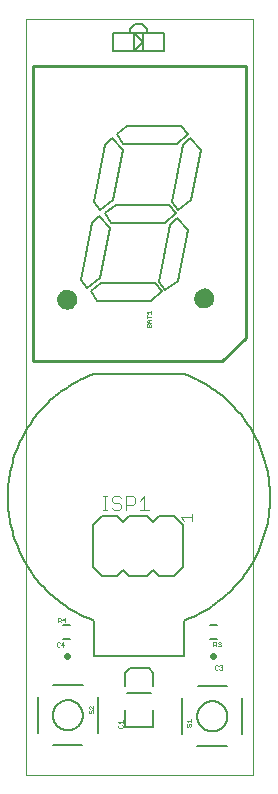
<source format=gto>
G75*
%MOIN*%
%OFA0B0*%
%FSLAX25Y25*%
%IPPOS*%
%LPD*%
%AMOC8*
5,1,8,0,0,1.08239X$1,22.5*
%
%ADD10C,0.00000*%
%ADD11C,0.00800*%
%ADD12C,0.00100*%
%ADD13C,0.00500*%
%ADD14C,0.02200*%
%ADD15C,0.01000*%
%ADD16C,0.00400*%
%ADD17C,0.00300*%
%ADD18C,0.00600*%
D10*
X0007386Y0001800D02*
X0007386Y0253769D01*
X0083173Y0253769D01*
X0083173Y0001800D01*
X0007386Y0001800D01*
D11*
X0011402Y0015737D02*
X0011402Y0027863D01*
X0016520Y0031800D02*
X0026402Y0031800D01*
X0030142Y0041564D02*
X0030142Y0053296D01*
X0030142Y0041564D02*
X0060063Y0041564D01*
X0060063Y0053296D01*
X0064669Y0031446D02*
X0074433Y0031446D01*
X0064551Y0021446D02*
X0064553Y0021587D01*
X0064559Y0021728D01*
X0064569Y0021868D01*
X0064583Y0022008D01*
X0064601Y0022148D01*
X0064622Y0022287D01*
X0064648Y0022426D01*
X0064677Y0022564D01*
X0064711Y0022700D01*
X0064748Y0022836D01*
X0064789Y0022971D01*
X0064834Y0023105D01*
X0064883Y0023237D01*
X0064935Y0023368D01*
X0064991Y0023497D01*
X0065051Y0023624D01*
X0065114Y0023750D01*
X0065180Y0023874D01*
X0065251Y0023997D01*
X0065324Y0024117D01*
X0065401Y0024235D01*
X0065481Y0024351D01*
X0065565Y0024464D01*
X0065651Y0024575D01*
X0065741Y0024684D01*
X0065834Y0024790D01*
X0065929Y0024893D01*
X0066028Y0024994D01*
X0066129Y0025092D01*
X0066233Y0025187D01*
X0066340Y0025279D01*
X0066449Y0025368D01*
X0066561Y0025453D01*
X0066675Y0025536D01*
X0066791Y0025616D01*
X0066910Y0025692D01*
X0067031Y0025764D01*
X0067153Y0025834D01*
X0067278Y0025899D01*
X0067404Y0025962D01*
X0067532Y0026020D01*
X0067662Y0026075D01*
X0067793Y0026127D01*
X0067926Y0026174D01*
X0068060Y0026218D01*
X0068195Y0026259D01*
X0068331Y0026295D01*
X0068468Y0026327D01*
X0068606Y0026356D01*
X0068744Y0026381D01*
X0068884Y0026401D01*
X0069024Y0026418D01*
X0069164Y0026431D01*
X0069305Y0026440D01*
X0069445Y0026445D01*
X0069586Y0026446D01*
X0069727Y0026443D01*
X0069868Y0026436D01*
X0070008Y0026425D01*
X0070148Y0026410D01*
X0070288Y0026391D01*
X0070427Y0026369D01*
X0070565Y0026342D01*
X0070703Y0026312D01*
X0070839Y0026277D01*
X0070975Y0026239D01*
X0071109Y0026197D01*
X0071243Y0026151D01*
X0071375Y0026102D01*
X0071505Y0026048D01*
X0071634Y0025991D01*
X0071761Y0025931D01*
X0071887Y0025867D01*
X0072010Y0025799D01*
X0072132Y0025728D01*
X0072252Y0025654D01*
X0072369Y0025576D01*
X0072484Y0025495D01*
X0072597Y0025411D01*
X0072708Y0025324D01*
X0072816Y0025233D01*
X0072921Y0025140D01*
X0073024Y0025043D01*
X0073124Y0024944D01*
X0073221Y0024842D01*
X0073315Y0024737D01*
X0073406Y0024630D01*
X0073494Y0024520D01*
X0073579Y0024408D01*
X0073661Y0024293D01*
X0073740Y0024176D01*
X0073815Y0024057D01*
X0073887Y0023936D01*
X0073955Y0023813D01*
X0074020Y0023688D01*
X0074082Y0023561D01*
X0074139Y0023432D01*
X0074194Y0023302D01*
X0074244Y0023171D01*
X0074291Y0023038D01*
X0074334Y0022904D01*
X0074373Y0022768D01*
X0074408Y0022632D01*
X0074440Y0022495D01*
X0074467Y0022357D01*
X0074491Y0022218D01*
X0074511Y0022078D01*
X0074527Y0021938D01*
X0074539Y0021798D01*
X0074547Y0021657D01*
X0074551Y0021516D01*
X0074551Y0021376D01*
X0074547Y0021235D01*
X0074539Y0021094D01*
X0074527Y0020954D01*
X0074511Y0020814D01*
X0074491Y0020674D01*
X0074467Y0020535D01*
X0074440Y0020397D01*
X0074408Y0020260D01*
X0074373Y0020124D01*
X0074334Y0019988D01*
X0074291Y0019854D01*
X0074244Y0019721D01*
X0074194Y0019590D01*
X0074139Y0019460D01*
X0074082Y0019331D01*
X0074020Y0019204D01*
X0073955Y0019079D01*
X0073887Y0018956D01*
X0073815Y0018835D01*
X0073740Y0018716D01*
X0073661Y0018599D01*
X0073579Y0018484D01*
X0073494Y0018372D01*
X0073406Y0018262D01*
X0073315Y0018155D01*
X0073221Y0018050D01*
X0073124Y0017948D01*
X0073024Y0017849D01*
X0072921Y0017752D01*
X0072816Y0017659D01*
X0072708Y0017568D01*
X0072597Y0017481D01*
X0072484Y0017397D01*
X0072369Y0017316D01*
X0072252Y0017238D01*
X0072132Y0017164D01*
X0072010Y0017093D01*
X0071887Y0017025D01*
X0071761Y0016961D01*
X0071634Y0016901D01*
X0071505Y0016844D01*
X0071375Y0016790D01*
X0071243Y0016741D01*
X0071109Y0016695D01*
X0070975Y0016653D01*
X0070839Y0016615D01*
X0070703Y0016580D01*
X0070565Y0016550D01*
X0070427Y0016523D01*
X0070288Y0016501D01*
X0070148Y0016482D01*
X0070008Y0016467D01*
X0069868Y0016456D01*
X0069727Y0016449D01*
X0069586Y0016446D01*
X0069445Y0016447D01*
X0069305Y0016452D01*
X0069164Y0016461D01*
X0069024Y0016474D01*
X0068884Y0016491D01*
X0068744Y0016511D01*
X0068606Y0016536D01*
X0068468Y0016565D01*
X0068331Y0016597D01*
X0068195Y0016633D01*
X0068060Y0016674D01*
X0067926Y0016718D01*
X0067793Y0016765D01*
X0067662Y0016817D01*
X0067532Y0016872D01*
X0067404Y0016930D01*
X0067278Y0016993D01*
X0067153Y0017058D01*
X0067031Y0017128D01*
X0066910Y0017200D01*
X0066791Y0017276D01*
X0066675Y0017356D01*
X0066561Y0017439D01*
X0066449Y0017524D01*
X0066340Y0017613D01*
X0066233Y0017705D01*
X0066129Y0017800D01*
X0066028Y0017898D01*
X0065929Y0017999D01*
X0065834Y0018102D01*
X0065741Y0018208D01*
X0065651Y0018317D01*
X0065565Y0018428D01*
X0065481Y0018541D01*
X0065401Y0018657D01*
X0065324Y0018775D01*
X0065251Y0018895D01*
X0065180Y0019018D01*
X0065114Y0019142D01*
X0065051Y0019268D01*
X0064991Y0019395D01*
X0064935Y0019524D01*
X0064883Y0019655D01*
X0064834Y0019787D01*
X0064789Y0019921D01*
X0064748Y0020056D01*
X0064711Y0020192D01*
X0064677Y0020328D01*
X0064648Y0020466D01*
X0064622Y0020605D01*
X0064601Y0020744D01*
X0064583Y0020884D01*
X0064569Y0021024D01*
X0064559Y0021164D01*
X0064553Y0021305D01*
X0064551Y0021446D01*
X0064551Y0011446D02*
X0074433Y0011446D01*
X0079551Y0015383D02*
X0079551Y0027509D01*
X0059551Y0027509D02*
X0059551Y0015383D01*
X0049945Y0017666D02*
X0040496Y0017666D01*
X0040496Y0023572D01*
X0040496Y0031446D02*
X0040496Y0035776D01*
X0042071Y0037351D01*
X0048370Y0037351D01*
X0049945Y0035776D01*
X0049945Y0031446D01*
X0049945Y0023572D02*
X0049945Y0017666D01*
X0031402Y0015737D02*
X0031402Y0027863D01*
X0026284Y0011800D02*
X0016520Y0011800D01*
X0016402Y0021800D02*
X0016404Y0021941D01*
X0016410Y0022082D01*
X0016420Y0022222D01*
X0016434Y0022362D01*
X0016452Y0022502D01*
X0016473Y0022641D01*
X0016499Y0022780D01*
X0016528Y0022918D01*
X0016562Y0023054D01*
X0016599Y0023190D01*
X0016640Y0023325D01*
X0016685Y0023459D01*
X0016734Y0023591D01*
X0016786Y0023722D01*
X0016842Y0023851D01*
X0016902Y0023978D01*
X0016965Y0024104D01*
X0017031Y0024228D01*
X0017102Y0024351D01*
X0017175Y0024471D01*
X0017252Y0024589D01*
X0017332Y0024705D01*
X0017416Y0024818D01*
X0017502Y0024929D01*
X0017592Y0025038D01*
X0017685Y0025144D01*
X0017780Y0025247D01*
X0017879Y0025348D01*
X0017980Y0025446D01*
X0018084Y0025541D01*
X0018191Y0025633D01*
X0018300Y0025722D01*
X0018412Y0025807D01*
X0018526Y0025890D01*
X0018642Y0025970D01*
X0018761Y0026046D01*
X0018882Y0026118D01*
X0019004Y0026188D01*
X0019129Y0026253D01*
X0019255Y0026316D01*
X0019383Y0026374D01*
X0019513Y0026429D01*
X0019644Y0026481D01*
X0019777Y0026528D01*
X0019911Y0026572D01*
X0020046Y0026613D01*
X0020182Y0026649D01*
X0020319Y0026681D01*
X0020457Y0026710D01*
X0020595Y0026735D01*
X0020735Y0026755D01*
X0020875Y0026772D01*
X0021015Y0026785D01*
X0021156Y0026794D01*
X0021296Y0026799D01*
X0021437Y0026800D01*
X0021578Y0026797D01*
X0021719Y0026790D01*
X0021859Y0026779D01*
X0021999Y0026764D01*
X0022139Y0026745D01*
X0022278Y0026723D01*
X0022416Y0026696D01*
X0022554Y0026666D01*
X0022690Y0026631D01*
X0022826Y0026593D01*
X0022960Y0026551D01*
X0023094Y0026505D01*
X0023226Y0026456D01*
X0023356Y0026402D01*
X0023485Y0026345D01*
X0023612Y0026285D01*
X0023738Y0026221D01*
X0023861Y0026153D01*
X0023983Y0026082D01*
X0024103Y0026008D01*
X0024220Y0025930D01*
X0024335Y0025849D01*
X0024448Y0025765D01*
X0024559Y0025678D01*
X0024667Y0025587D01*
X0024772Y0025494D01*
X0024875Y0025397D01*
X0024975Y0025298D01*
X0025072Y0025196D01*
X0025166Y0025091D01*
X0025257Y0024984D01*
X0025345Y0024874D01*
X0025430Y0024762D01*
X0025512Y0024647D01*
X0025591Y0024530D01*
X0025666Y0024411D01*
X0025738Y0024290D01*
X0025806Y0024167D01*
X0025871Y0024042D01*
X0025933Y0023915D01*
X0025990Y0023786D01*
X0026045Y0023656D01*
X0026095Y0023525D01*
X0026142Y0023392D01*
X0026185Y0023258D01*
X0026224Y0023122D01*
X0026259Y0022986D01*
X0026291Y0022849D01*
X0026318Y0022711D01*
X0026342Y0022572D01*
X0026362Y0022432D01*
X0026378Y0022292D01*
X0026390Y0022152D01*
X0026398Y0022011D01*
X0026402Y0021870D01*
X0026402Y0021730D01*
X0026398Y0021589D01*
X0026390Y0021448D01*
X0026378Y0021308D01*
X0026362Y0021168D01*
X0026342Y0021028D01*
X0026318Y0020889D01*
X0026291Y0020751D01*
X0026259Y0020614D01*
X0026224Y0020478D01*
X0026185Y0020342D01*
X0026142Y0020208D01*
X0026095Y0020075D01*
X0026045Y0019944D01*
X0025990Y0019814D01*
X0025933Y0019685D01*
X0025871Y0019558D01*
X0025806Y0019433D01*
X0025738Y0019310D01*
X0025666Y0019189D01*
X0025591Y0019070D01*
X0025512Y0018953D01*
X0025430Y0018838D01*
X0025345Y0018726D01*
X0025257Y0018616D01*
X0025166Y0018509D01*
X0025072Y0018404D01*
X0024975Y0018302D01*
X0024875Y0018203D01*
X0024772Y0018106D01*
X0024667Y0018013D01*
X0024559Y0017922D01*
X0024448Y0017835D01*
X0024335Y0017751D01*
X0024220Y0017670D01*
X0024103Y0017592D01*
X0023983Y0017518D01*
X0023861Y0017447D01*
X0023738Y0017379D01*
X0023612Y0017315D01*
X0023485Y0017255D01*
X0023356Y0017198D01*
X0023226Y0017144D01*
X0023094Y0017095D01*
X0022960Y0017049D01*
X0022826Y0017007D01*
X0022690Y0016969D01*
X0022554Y0016934D01*
X0022416Y0016904D01*
X0022278Y0016877D01*
X0022139Y0016855D01*
X0021999Y0016836D01*
X0021859Y0016821D01*
X0021719Y0016810D01*
X0021578Y0016803D01*
X0021437Y0016800D01*
X0021296Y0016801D01*
X0021156Y0016806D01*
X0021015Y0016815D01*
X0020875Y0016828D01*
X0020735Y0016845D01*
X0020595Y0016865D01*
X0020457Y0016890D01*
X0020319Y0016919D01*
X0020182Y0016951D01*
X0020046Y0016987D01*
X0019911Y0017028D01*
X0019777Y0017072D01*
X0019644Y0017119D01*
X0019513Y0017171D01*
X0019383Y0017226D01*
X0019255Y0017284D01*
X0019129Y0017347D01*
X0019004Y0017412D01*
X0018882Y0017482D01*
X0018761Y0017554D01*
X0018642Y0017630D01*
X0018526Y0017710D01*
X0018412Y0017793D01*
X0018300Y0017878D01*
X0018191Y0017967D01*
X0018084Y0018059D01*
X0017980Y0018154D01*
X0017879Y0018252D01*
X0017780Y0018353D01*
X0017685Y0018456D01*
X0017592Y0018562D01*
X0017502Y0018671D01*
X0017416Y0018782D01*
X0017332Y0018895D01*
X0017252Y0019011D01*
X0017175Y0019129D01*
X0017102Y0019249D01*
X0017031Y0019372D01*
X0016965Y0019496D01*
X0016902Y0019622D01*
X0016842Y0019749D01*
X0016786Y0019878D01*
X0016734Y0020009D01*
X0016685Y0020141D01*
X0016640Y0020275D01*
X0016599Y0020410D01*
X0016562Y0020546D01*
X0016528Y0020682D01*
X0016499Y0020820D01*
X0016473Y0020959D01*
X0016452Y0021098D01*
X0016434Y0021238D01*
X0016420Y0021378D01*
X0016410Y0021518D01*
X0016404Y0021659D01*
X0016402Y0021800D01*
X0060063Y0053296D02*
X0061062Y0053675D01*
X0062051Y0054078D01*
X0063030Y0054505D01*
X0063998Y0054956D01*
X0064955Y0055430D01*
X0065901Y0055927D01*
X0066833Y0056448D01*
X0067753Y0056991D01*
X0068659Y0057556D01*
X0069552Y0058144D01*
X0070429Y0058753D01*
X0071292Y0059383D01*
X0072138Y0060034D01*
X0072969Y0060705D01*
X0073783Y0061397D01*
X0074580Y0062108D01*
X0075359Y0062839D01*
X0076120Y0063588D01*
X0076863Y0064356D01*
X0077587Y0065141D01*
X0078291Y0065944D01*
X0078976Y0066764D01*
X0079640Y0067601D01*
X0080284Y0068453D01*
X0080907Y0069321D01*
X0081508Y0070203D01*
X0082088Y0071101D01*
X0082645Y0072012D01*
X0083181Y0072936D01*
X0083693Y0073873D01*
X0084182Y0074823D01*
X0084649Y0075784D01*
X0085091Y0076756D01*
X0085510Y0077739D01*
X0085904Y0078731D01*
X0086275Y0079733D01*
X0086620Y0080744D01*
X0086941Y0081763D01*
X0087237Y0082789D01*
X0087508Y0083822D01*
X0087753Y0084862D01*
X0087973Y0085907D01*
X0088168Y0086957D01*
X0088337Y0088012D01*
X0088479Y0089070D01*
X0088597Y0090132D01*
X0088688Y0091196D01*
X0088753Y0092263D01*
X0088792Y0093330D01*
X0088805Y0094398D01*
X0088792Y0095466D01*
X0088753Y0096533D01*
X0088688Y0097600D01*
X0088597Y0098664D01*
X0088479Y0099726D01*
X0088337Y0100784D01*
X0088168Y0101839D01*
X0087973Y0102889D01*
X0087753Y0103934D01*
X0087508Y0104974D01*
X0087237Y0106007D01*
X0086941Y0107033D01*
X0086620Y0108052D01*
X0086275Y0109063D01*
X0085904Y0110065D01*
X0085510Y0111057D01*
X0085091Y0112040D01*
X0084649Y0113012D01*
X0084182Y0113973D01*
X0083693Y0114923D01*
X0083181Y0115860D01*
X0082645Y0116784D01*
X0082088Y0117695D01*
X0081508Y0118593D01*
X0080907Y0119475D01*
X0080284Y0120343D01*
X0079640Y0121195D01*
X0078976Y0122032D01*
X0078291Y0122852D01*
X0077587Y0123655D01*
X0076863Y0124440D01*
X0076120Y0125208D01*
X0075359Y0125957D01*
X0074580Y0126688D01*
X0073783Y0127399D01*
X0072969Y0128091D01*
X0072138Y0128762D01*
X0071292Y0129413D01*
X0070429Y0130043D01*
X0069552Y0130652D01*
X0068659Y0131240D01*
X0067753Y0131805D01*
X0066833Y0132348D01*
X0065901Y0132869D01*
X0064955Y0133366D01*
X0063998Y0133840D01*
X0063030Y0134291D01*
X0062051Y0134718D01*
X0061062Y0135121D01*
X0060063Y0135500D01*
X0060063Y0135501D02*
X0030142Y0135501D01*
X0030142Y0135500D02*
X0029143Y0135121D01*
X0028154Y0134718D01*
X0027175Y0134291D01*
X0026207Y0133840D01*
X0025250Y0133366D01*
X0024304Y0132869D01*
X0023372Y0132348D01*
X0022452Y0131805D01*
X0021546Y0131240D01*
X0020653Y0130652D01*
X0019776Y0130043D01*
X0018913Y0129413D01*
X0018067Y0128762D01*
X0017236Y0128091D01*
X0016422Y0127399D01*
X0015625Y0126688D01*
X0014846Y0125957D01*
X0014085Y0125208D01*
X0013342Y0124440D01*
X0012618Y0123655D01*
X0011914Y0122852D01*
X0011229Y0122032D01*
X0010565Y0121195D01*
X0009921Y0120343D01*
X0009298Y0119475D01*
X0008697Y0118593D01*
X0008117Y0117695D01*
X0007560Y0116784D01*
X0007024Y0115860D01*
X0006512Y0114923D01*
X0006023Y0113973D01*
X0005556Y0113012D01*
X0005114Y0112040D01*
X0004695Y0111057D01*
X0004301Y0110065D01*
X0003930Y0109063D01*
X0003585Y0108052D01*
X0003264Y0107033D01*
X0002968Y0106007D01*
X0002697Y0104974D01*
X0002452Y0103934D01*
X0002232Y0102889D01*
X0002037Y0101839D01*
X0001868Y0100784D01*
X0001726Y0099726D01*
X0001608Y0098664D01*
X0001517Y0097600D01*
X0001452Y0096533D01*
X0001413Y0095466D01*
X0001400Y0094398D01*
X0001413Y0093330D01*
X0001452Y0092263D01*
X0001517Y0091196D01*
X0001608Y0090132D01*
X0001726Y0089070D01*
X0001868Y0088012D01*
X0002037Y0086957D01*
X0002232Y0085907D01*
X0002452Y0084862D01*
X0002697Y0083822D01*
X0002968Y0082789D01*
X0003264Y0081763D01*
X0003585Y0080744D01*
X0003930Y0079733D01*
X0004301Y0078731D01*
X0004695Y0077739D01*
X0005114Y0076756D01*
X0005556Y0075784D01*
X0006023Y0074823D01*
X0006512Y0073873D01*
X0007024Y0072936D01*
X0007560Y0072012D01*
X0008117Y0071101D01*
X0008697Y0070203D01*
X0009298Y0069321D01*
X0009921Y0068453D01*
X0010565Y0067601D01*
X0011229Y0066764D01*
X0011914Y0065944D01*
X0012618Y0065141D01*
X0013342Y0064356D01*
X0014085Y0063588D01*
X0014846Y0062839D01*
X0015625Y0062108D01*
X0016422Y0061397D01*
X0017236Y0060705D01*
X0018067Y0060034D01*
X0018913Y0059383D01*
X0019776Y0058753D01*
X0020653Y0058144D01*
X0021546Y0057556D01*
X0022452Y0056991D01*
X0023372Y0056448D01*
X0024304Y0055927D01*
X0025250Y0055430D01*
X0026207Y0054956D01*
X0027175Y0054505D01*
X0028154Y0054078D01*
X0029143Y0053675D01*
X0030142Y0053296D01*
D12*
X0020611Y0053449D02*
X0019610Y0053449D01*
X0020361Y0054200D01*
X0020361Y0052698D01*
X0019138Y0052698D02*
X0018637Y0053199D01*
X0018887Y0053199D02*
X0018137Y0053199D01*
X0018137Y0052698D02*
X0018137Y0054200D01*
X0018887Y0054200D01*
X0019138Y0053949D01*
X0019138Y0053449D01*
X0018887Y0053199D01*
X0018466Y0046076D02*
X0017966Y0046076D01*
X0017716Y0045825D01*
X0017716Y0044825D01*
X0017966Y0044574D01*
X0018466Y0044574D01*
X0018716Y0044825D01*
X0019189Y0045325D02*
X0020190Y0045325D01*
X0019939Y0044574D02*
X0019939Y0046076D01*
X0019189Y0045325D01*
X0018716Y0045825D02*
X0018466Y0046076D01*
X0028701Y0024878D02*
X0028450Y0024627D01*
X0028450Y0024127D01*
X0028701Y0023877D01*
X0028701Y0023404D02*
X0028450Y0023154D01*
X0028450Y0022654D01*
X0028701Y0022403D01*
X0028951Y0022403D01*
X0029201Y0022654D01*
X0029201Y0023154D01*
X0029451Y0023404D01*
X0029702Y0023404D01*
X0029952Y0023154D01*
X0029952Y0022654D01*
X0029702Y0022403D01*
X0029952Y0023877D02*
X0028951Y0024878D01*
X0028701Y0024878D01*
X0029952Y0024878D02*
X0029952Y0023877D01*
X0038232Y0019532D02*
X0039734Y0019532D01*
X0039734Y0019032D02*
X0039734Y0020033D01*
X0039483Y0018560D02*
X0039734Y0018309D01*
X0039734Y0017809D01*
X0039483Y0017559D01*
X0038483Y0017559D01*
X0038232Y0017809D01*
X0038232Y0018309D01*
X0038483Y0018560D01*
X0038733Y0019032D02*
X0038232Y0019532D01*
X0061000Y0019969D02*
X0062501Y0019969D01*
X0062501Y0019469D02*
X0062501Y0020470D01*
X0061501Y0019469D02*
X0061000Y0019969D01*
X0061250Y0018997D02*
X0061000Y0018746D01*
X0061000Y0018246D01*
X0061250Y0017996D01*
X0061501Y0017996D01*
X0061751Y0018246D01*
X0061751Y0018746D01*
X0062001Y0018997D01*
X0062251Y0018997D01*
X0062501Y0018746D01*
X0062501Y0018246D01*
X0062251Y0017996D01*
X0070681Y0036974D02*
X0071181Y0036974D01*
X0071431Y0037225D01*
X0071904Y0037225D02*
X0072154Y0036974D01*
X0072654Y0036974D01*
X0072905Y0037225D01*
X0072905Y0037475D01*
X0072654Y0037725D01*
X0072404Y0037725D01*
X0072654Y0037725D02*
X0072905Y0037975D01*
X0072905Y0038225D01*
X0072654Y0038476D01*
X0072154Y0038476D01*
X0071904Y0038225D01*
X0071431Y0038225D02*
X0071181Y0038476D01*
X0070681Y0038476D01*
X0070430Y0038225D01*
X0070430Y0037225D01*
X0070681Y0036974D01*
X0070931Y0044677D02*
X0070431Y0045178D01*
X0070681Y0045178D02*
X0069930Y0045178D01*
X0069930Y0044677D02*
X0069930Y0046178D01*
X0070681Y0046178D01*
X0070931Y0045928D01*
X0070931Y0045428D01*
X0070681Y0045178D01*
X0071404Y0044927D02*
X0071654Y0044677D01*
X0072154Y0044677D01*
X0072405Y0044927D01*
X0072405Y0045178D01*
X0072154Y0045428D01*
X0071904Y0045428D01*
X0072154Y0045428D02*
X0072405Y0045678D01*
X0072405Y0045928D01*
X0072154Y0046178D01*
X0071654Y0046178D01*
X0071404Y0045928D01*
X0049153Y0151095D02*
X0047651Y0151095D01*
X0047651Y0151845D01*
X0047901Y0152096D01*
X0048152Y0152096D01*
X0048402Y0151845D01*
X0048402Y0151095D01*
X0048402Y0151845D02*
X0048652Y0152096D01*
X0048902Y0152096D01*
X0049153Y0151845D01*
X0049153Y0151095D01*
X0049153Y0152568D02*
X0048152Y0152568D01*
X0047651Y0153068D01*
X0048152Y0153569D01*
X0049153Y0153569D01*
X0048402Y0153569D02*
X0048402Y0152568D01*
X0047651Y0154041D02*
X0047651Y0155042D01*
X0047651Y0154542D02*
X0049153Y0154542D01*
X0049153Y0155515D02*
X0049153Y0156515D01*
X0049153Y0156015D02*
X0047651Y0156015D01*
X0048152Y0155515D01*
D13*
X0049158Y0159871D02*
X0031047Y0159871D01*
X0029079Y0163020D01*
X0032622Y0165776D01*
X0050339Y0165776D01*
X0052701Y0163020D01*
X0049158Y0159871D01*
X0053882Y0163414D02*
X0051914Y0166170D01*
X0055457Y0185068D01*
X0057819Y0187430D01*
X0061362Y0183493D01*
X0058213Y0166564D01*
X0053882Y0163414D01*
X0053882Y0185855D02*
X0035772Y0185855D01*
X0033803Y0189005D01*
X0037347Y0191761D01*
X0055063Y0191761D01*
X0057425Y0189005D01*
X0053882Y0185855D01*
X0058213Y0190186D02*
X0056244Y0192942D01*
X0059788Y0211839D01*
X0062150Y0214202D01*
X0065693Y0210265D01*
X0062543Y0193335D01*
X0058213Y0190186D01*
X0057819Y0212233D02*
X0039709Y0212233D01*
X0037740Y0215383D01*
X0041284Y0218139D01*
X0059000Y0218139D01*
X0061362Y0215383D01*
X0057819Y0212233D01*
X0053445Y0243328D02*
X0046445Y0243328D01*
X0046445Y0246328D01*
X0046445Y0249328D01*
X0047945Y0249328D01*
X0053445Y0249328D01*
X0053445Y0243328D01*
X0046445Y0243328D02*
X0043445Y0243328D01*
X0043445Y0249328D01*
X0046445Y0246328D01*
X0043445Y0243328D01*
X0036445Y0243328D01*
X0036445Y0249328D01*
X0041945Y0249328D01*
X0043445Y0249328D01*
X0046445Y0249328D01*
X0047945Y0249328D02*
X0047943Y0249436D01*
X0047937Y0249544D01*
X0047927Y0249652D01*
X0047914Y0249760D01*
X0047896Y0249867D01*
X0047875Y0249973D01*
X0047850Y0250078D01*
X0047821Y0250183D01*
X0047788Y0250286D01*
X0047752Y0250388D01*
X0047711Y0250489D01*
X0047668Y0250588D01*
X0047620Y0250685D01*
X0047570Y0250781D01*
X0047516Y0250875D01*
X0047458Y0250966D01*
X0047397Y0251056D01*
X0047333Y0251144D01*
X0047266Y0251229D01*
X0047196Y0251311D01*
X0047123Y0251391D01*
X0047047Y0251468D01*
X0046968Y0251543D01*
X0046887Y0251614D01*
X0046803Y0251683D01*
X0046717Y0251749D01*
X0046629Y0251811D01*
X0046538Y0251870D01*
X0046445Y0251926D01*
X0046350Y0251979D01*
X0046254Y0252028D01*
X0046155Y0252073D01*
X0046055Y0252115D01*
X0045954Y0252153D01*
X0045851Y0252188D01*
X0045748Y0252219D01*
X0045643Y0252246D01*
X0045537Y0252269D01*
X0045430Y0252288D01*
X0045323Y0252304D01*
X0045215Y0252316D01*
X0045107Y0252324D01*
X0044999Y0252328D01*
X0044891Y0252328D01*
X0044783Y0252324D01*
X0044675Y0252316D01*
X0044567Y0252304D01*
X0044460Y0252288D01*
X0044353Y0252269D01*
X0044247Y0252246D01*
X0044142Y0252219D01*
X0044039Y0252188D01*
X0043936Y0252153D01*
X0043835Y0252115D01*
X0043735Y0252073D01*
X0043636Y0252028D01*
X0043540Y0251979D01*
X0043445Y0251926D01*
X0043352Y0251870D01*
X0043261Y0251811D01*
X0043173Y0251749D01*
X0043087Y0251683D01*
X0043003Y0251614D01*
X0042922Y0251543D01*
X0042843Y0251468D01*
X0042767Y0251391D01*
X0042694Y0251311D01*
X0042624Y0251229D01*
X0042557Y0251144D01*
X0042493Y0251056D01*
X0042432Y0250966D01*
X0042374Y0250875D01*
X0042320Y0250781D01*
X0042270Y0250685D01*
X0042222Y0250588D01*
X0042179Y0250489D01*
X0042138Y0250388D01*
X0042102Y0250286D01*
X0042069Y0250183D01*
X0042040Y0250078D01*
X0042015Y0249973D01*
X0041994Y0249867D01*
X0041976Y0249760D01*
X0041963Y0249652D01*
X0041953Y0249544D01*
X0041947Y0249436D01*
X0041945Y0249328D01*
X0036166Y0214202D02*
X0033803Y0211839D01*
X0030260Y0192942D01*
X0032229Y0190186D01*
X0036559Y0193335D01*
X0039709Y0210265D01*
X0036166Y0214202D01*
X0031835Y0188217D02*
X0029473Y0185855D01*
X0025929Y0166957D01*
X0027898Y0164202D01*
X0032229Y0167351D01*
X0035378Y0184280D01*
X0031835Y0188217D01*
X0022492Y0162992D02*
X0023009Y0162671D01*
X0023454Y0162255D01*
X0023809Y0161761D01*
X0024061Y0161206D01*
X0024200Y0160613D01*
X0024221Y0160005D01*
X0024115Y0159434D01*
X0023900Y0158895D01*
X0023585Y0158408D01*
X0023180Y0157992D01*
X0022702Y0157663D01*
X0022169Y0157434D01*
X0021601Y0157313D01*
X0021021Y0157305D01*
X0020457Y0157380D01*
X0019918Y0157564D01*
X0019426Y0157849D01*
X0018999Y0158225D01*
X0018654Y0158677D01*
X0018403Y0159187D01*
X0018257Y0159737D01*
X0018221Y0160305D01*
X0018289Y0160899D01*
X0018472Y0161468D01*
X0018762Y0161991D01*
X0019149Y0162447D01*
X0019618Y0162818D01*
X0020150Y0163092D01*
X0020725Y0163256D01*
X0021321Y0163305D01*
X0021922Y0163206D01*
X0022492Y0162992D01*
X0022771Y0162819D02*
X0019619Y0162819D01*
X0019042Y0162321D02*
X0023384Y0162321D01*
X0023765Y0161822D02*
X0018669Y0161822D01*
X0018426Y0161324D02*
X0024008Y0161324D01*
X0024151Y0160825D02*
X0018281Y0160825D01*
X0018223Y0160327D02*
X0024210Y0160327D01*
X0024188Y0159828D02*
X0018251Y0159828D01*
X0018365Y0159330D02*
X0024074Y0159330D01*
X0023859Y0158831D02*
X0018578Y0158831D01*
X0018917Y0158333D02*
X0023511Y0158333D01*
X0022950Y0157834D02*
X0019452Y0157834D01*
X0020790Y0157336D02*
X0021708Y0157336D01*
X0032866Y0088020D02*
X0037866Y0088020D01*
X0039866Y0086020D01*
X0041866Y0088020D01*
X0047866Y0088020D01*
X0049866Y0086020D01*
X0051866Y0088020D01*
X0056866Y0088020D01*
X0059866Y0085020D01*
X0059866Y0071020D01*
X0056866Y0068020D01*
X0051866Y0068020D01*
X0049866Y0070020D01*
X0047866Y0068020D01*
X0041866Y0068020D01*
X0039866Y0070020D01*
X0037866Y0068020D01*
X0032866Y0068020D01*
X0029866Y0071020D01*
X0029866Y0085020D01*
X0032866Y0088020D01*
X0041221Y0029009D02*
X0049221Y0029009D01*
X0066157Y0157780D02*
X0065618Y0157964D01*
X0065126Y0158249D01*
X0064699Y0158625D01*
X0064354Y0159077D01*
X0064103Y0159587D01*
X0063957Y0160137D01*
X0063921Y0160705D01*
X0063989Y0161299D01*
X0064172Y0161868D01*
X0064462Y0162391D01*
X0064849Y0162847D01*
X0065318Y0163218D01*
X0065850Y0163492D01*
X0066425Y0163656D01*
X0067021Y0163705D01*
X0067622Y0163606D01*
X0068192Y0163392D01*
X0068709Y0163071D01*
X0069154Y0162655D01*
X0069509Y0162161D01*
X0069761Y0161606D01*
X0069900Y0161013D01*
X0069921Y0160405D01*
X0069815Y0159834D01*
X0069600Y0159295D01*
X0069285Y0158808D01*
X0068880Y0158392D01*
X0068402Y0158063D01*
X0067869Y0157834D01*
X0067301Y0157713D01*
X0066721Y0157705D01*
X0066157Y0157780D01*
X0065998Y0157834D02*
X0067870Y0157834D01*
X0068793Y0158333D02*
X0065031Y0158333D01*
X0064542Y0158831D02*
X0069300Y0158831D01*
X0069614Y0159330D02*
X0064230Y0159330D01*
X0064039Y0159828D02*
X0069813Y0159828D01*
X0069906Y0160327D02*
X0063945Y0160327D01*
X0063934Y0160825D02*
X0069906Y0160825D01*
X0069827Y0161324D02*
X0063997Y0161324D01*
X0064157Y0161822D02*
X0069663Y0161822D01*
X0069394Y0162321D02*
X0064423Y0162321D01*
X0064826Y0162819D02*
X0068979Y0162819D01*
X0068312Y0163318D02*
X0065511Y0163318D01*
D14*
X0069827Y0041644D02*
X0069827Y0041404D01*
X0021166Y0041644D02*
X0021166Y0041404D01*
D15*
X0009788Y0139792D02*
X0072848Y0139792D01*
X0080654Y0147598D01*
X0080654Y0238217D01*
X0009788Y0238217D01*
X0009788Y0139792D01*
D16*
X0033066Y0094824D02*
X0034601Y0094824D01*
X0033834Y0094824D02*
X0033834Y0090220D01*
X0034601Y0090220D02*
X0033066Y0090220D01*
X0036136Y0090988D02*
X0036903Y0090220D01*
X0038438Y0090220D01*
X0039205Y0090988D01*
X0039205Y0091755D01*
X0038438Y0092522D01*
X0036903Y0092522D01*
X0036136Y0093290D01*
X0036136Y0094057D01*
X0036903Y0094824D01*
X0038438Y0094824D01*
X0039205Y0094057D01*
X0040740Y0094824D02*
X0040740Y0090220D01*
X0040740Y0091755D02*
X0043041Y0091755D01*
X0043809Y0092522D01*
X0043809Y0094057D01*
X0043041Y0094824D01*
X0040740Y0094824D01*
X0045343Y0093290D02*
X0046878Y0094824D01*
X0046878Y0090220D01*
X0045343Y0090220D02*
X0048413Y0090220D01*
D17*
X0059013Y0087722D02*
X0062716Y0087722D01*
X0062716Y0088956D02*
X0062716Y0086487D01*
X0060248Y0086487D02*
X0059013Y0087722D01*
D18*
X0068646Y0051839D02*
X0071008Y0051839D01*
X0071008Y0047115D02*
X0068646Y0047115D01*
X0022268Y0047036D02*
X0019906Y0047036D01*
X0019906Y0051761D02*
X0022268Y0051761D01*
M02*

</source>
